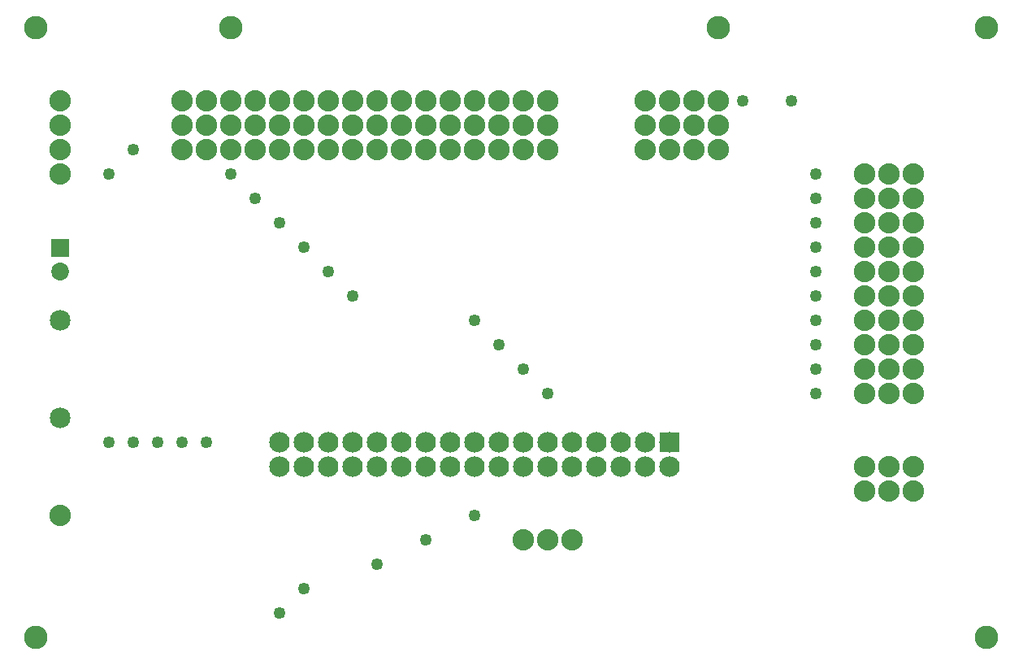
<source format=gbs>
G04 MADE WITH FRITZING*
G04 WWW.FRITZING.ORG*
G04 DOUBLE SIDED*
G04 HOLES PLATED*
G04 CONTOUR ON CENTER OF CONTOUR VECTOR*
%ASAXBY*%
%FSLAX23Y23*%
%MOIN*%
%OFA0B0*%
%SFA1.0B1.0*%
%ADD10C,0.096614*%
%ADD11C,0.084000*%
%ADD12C,0.088000*%
%ADD13C,0.049370*%
%ADD14C,0.072992*%
%ADD15C,0.085000*%
%ADD16R,0.084000X0.084000*%
%ADD17R,0.072992X0.072992*%
%LNMASK0*%
G90*
G70*
G54D10*
X4089Y118D03*
X2989Y2618D03*
X989Y2618D03*
X4089Y2618D03*
X189Y2618D03*
X189Y118D03*
G54D11*
X2789Y818D03*
X2689Y818D03*
X2589Y818D03*
X2489Y818D03*
X2389Y818D03*
X2289Y818D03*
X2189Y818D03*
X2089Y818D03*
X1989Y818D03*
X1889Y818D03*
X1789Y818D03*
X1689Y818D03*
X1589Y818D03*
X1489Y818D03*
X1389Y818D03*
X1289Y818D03*
X1189Y818D03*
X2789Y918D03*
X2689Y918D03*
X2589Y918D03*
X2489Y918D03*
X2389Y918D03*
X2289Y918D03*
X2189Y918D03*
X2089Y918D03*
X1989Y918D03*
X1889Y918D03*
X1789Y918D03*
X1689Y918D03*
X1589Y918D03*
X1489Y918D03*
X1389Y918D03*
X1289Y918D03*
X1189Y918D03*
G54D12*
X2689Y2318D03*
X2689Y2218D03*
X2689Y2118D03*
X2789Y2318D03*
X2789Y2218D03*
X2789Y2118D03*
X2989Y2318D03*
X2989Y2218D03*
X2989Y2118D03*
X2889Y2318D03*
X2889Y2218D03*
X2889Y2118D03*
X289Y618D03*
X3589Y718D03*
X3689Y718D03*
X3789Y718D03*
X3589Y818D03*
X3689Y818D03*
X3789Y818D03*
X3589Y2018D03*
X3689Y2018D03*
X3789Y2018D03*
X3589Y1918D03*
X3689Y1918D03*
X3789Y1918D03*
X3589Y1818D03*
X3689Y1818D03*
X3789Y1818D03*
X3589Y1718D03*
X3689Y1718D03*
X3789Y1718D03*
X3589Y1618D03*
X3689Y1618D03*
X3789Y1618D03*
X3589Y1518D03*
X3689Y1518D03*
X3789Y1518D03*
X3589Y1418D03*
X3689Y1418D03*
X3789Y1418D03*
X3589Y1318D03*
X3689Y1318D03*
X3789Y1318D03*
X3589Y1218D03*
X3689Y1218D03*
X3789Y1218D03*
X3589Y1118D03*
X3689Y1118D03*
X3789Y1118D03*
X2189Y518D03*
X2289Y518D03*
X2389Y518D03*
X289Y2318D03*
X289Y2218D03*
X289Y2118D03*
X289Y2018D03*
X789Y2318D03*
X789Y2218D03*
X789Y2118D03*
X889Y2318D03*
X889Y2218D03*
X889Y2118D03*
X989Y2318D03*
X989Y2218D03*
X989Y2118D03*
X1089Y2318D03*
X1089Y2218D03*
X1089Y2118D03*
X1189Y2318D03*
X1189Y2218D03*
X1189Y2118D03*
X1289Y2318D03*
X1289Y2218D03*
X1289Y2118D03*
X1389Y2318D03*
X1389Y2218D03*
X1389Y2118D03*
X1489Y2318D03*
X1489Y2218D03*
X1489Y2118D03*
X1589Y2318D03*
X1589Y2218D03*
X1589Y2118D03*
X1689Y2318D03*
X1689Y2218D03*
X1689Y2118D03*
X1789Y2318D03*
X1789Y2218D03*
X1789Y2118D03*
X1889Y2318D03*
X1889Y2218D03*
X1889Y2118D03*
X1989Y2318D03*
X1989Y2218D03*
X1989Y2118D03*
X2089Y2318D03*
X2089Y2218D03*
X2089Y2118D03*
X2189Y2318D03*
X2189Y2218D03*
X2189Y2118D03*
X2289Y2318D03*
X2289Y2218D03*
X2289Y2118D03*
G54D13*
X589Y2118D03*
X489Y2018D03*
X1189Y218D03*
X1289Y318D03*
X1589Y418D03*
X1789Y518D03*
X1989Y618D03*
X889Y918D03*
X789Y918D03*
X689Y918D03*
X589Y918D03*
X489Y918D03*
X3289Y2318D03*
X3089Y2318D03*
X2289Y1118D03*
X3389Y1118D03*
X3389Y1218D03*
X3389Y1318D03*
X3389Y1418D03*
X3389Y1518D03*
X3389Y1618D03*
X3389Y1718D03*
X3389Y1818D03*
X3389Y1918D03*
X3389Y2018D03*
X2189Y1218D03*
X2089Y1318D03*
X1989Y1418D03*
X1489Y1518D03*
X1389Y1618D03*
X1289Y1718D03*
X1189Y1818D03*
X1089Y1918D03*
X989Y2018D03*
G54D14*
X289Y1716D03*
X289Y1618D03*
G54D15*
X289Y1418D03*
X289Y1018D03*
G54D16*
X2789Y918D03*
G54D17*
X289Y1716D03*
G04 End of Mask0*
M02*
</source>
